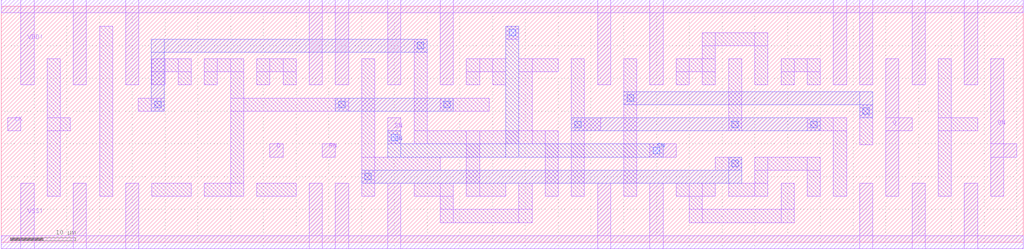
<source format=lef>
VERSION 5.7 ;
BUSBITCHARS "[]" ;
DIVIDERCHAR "/" ;

PROPERTYDEFINITIONS
  MACRO CatenaDesignType STRING ;
  MACRO lxInternalViewName STRING ;
  MACRO lxInternalConfigViewName STRING ;
  MACRO lxInternalType STRING ;
  MACRO lxInternalConfigCellName STRING ;
  MACRO lxInternalCellName STRING ;
  MACRO lxInternalTop STRING ;
  MACRO lxInternalConfigLibName STRING ;
  MACRO lxInternalLibName STRING ;
END PROPERTYDEFINITIONS

MACRO AOI21X1
  CLASS CORE ;
  ORIGIN 0 0 ;
  FOREIGN AOI21X1 0 0 ;
  SIZE 24 BY 36 ;
  SYMMETRY X Y ;
  SITE CoreSite ;
  PIN VSS!
    DIRECTION INOUT ;
    USE GROUND ;
    SHAPE ABUTMENT ;
    NETEXPR "VSS VSS!" ;
    PORT
      LAYER Metal1 ;
        RECT 0 -1 24 1 ;
        RECT 9 -1 11 7 ;
        RECT 1 -1 3 5 ;
    END
  END VSS!
  PIN A1
    DIRECTION INPUT ;
    USE SIGNAL ;
    PORT
      LAYER Metal1 ;
        RECT 9 13 13 15 ;
    END
  END A1
  PIN Y
    DIRECTION OUTPUT ;
    USE SIGNAL ;
    PORT
      LAYER Metal1 ;
        RECT 21 3 23 29 ;
        RECT 5 17 23 19 ;
        RECT 9 17 11 29 ;
        RECT 5 3 7 19 ;
    END
  END Y
  PIN A0
    DIRECTION INPUT ;
    USE SIGNAL ;
    PORT
      LAYER Metal1 ;
        RECT 17 9 19 11 ;
    END
  END A0
  PIN B0
    DIRECTION INPUT ;
    USE SIGNAL ;
    PORT
      LAYER Metal1 ;
        RECT 1 17 3 19 ;
    END
  END B0
  PIN VDD!
    DIRECTION INOUT ;
    USE POWER ;
    SHAPE ABUTMENT ;
    NETEXPR "VDD VDD!" ;
    PORT
      LAYER Metal1 ;
        RECT 0 35 24 37 ;
        RECT 1 21 3 37 ;
    END
  END VDD!
  OBS
    LAYER Metal1 ;
      RECT 17 3 19 7 ;
      RECT 13 3 15 7 ;
      RECT 13 3 19 5 ;
      RECT 5 31 15 33 ;
      RECT 13 21 15 33 ;
      RECT 5 21 7 33 ;
      RECT 13 27 19 29 ;
      RECT 17 21 19 29 ;
  END
END AOI21X1

MACRO BUFX2
  CLASS CORE ;
  ORIGIN 0 0 ;
  FOREIGN BUFX2 0 0 ;
  SIZE 24 BY 36 ;
  SYMMETRY X Y ;
  SITE CoreSite ;
  PIN VSS!
    DIRECTION INOUT ;
    USE GROUND ;
    SHAPE ABUTMENT ;
    NETEXPR "VSS VSS!" ;
    PORT
      LAYER Metal1 ;
        RECT 0 -1 24 1 ;
        RECT 12.5 -1 14.5 11 ;
        RECT 3.5 -1 5.5 11 ;
    END
  END VSS!
  PIN A
    DIRECTION INPUT ;
    USE SIGNAL ;
    PORT
      LAYER Metal1 ;
        RECT 1 17 3 19 ;
    END
  END A
  PIN Y
    DIRECTION OUTPUT ;
    USE SIGNAL ;
    PORT
      LAYER Metal1 ;
        RECT 16.5 7 18.5 29 ;
    END
  END Y
  PIN VDD!
    DIRECTION INOUT ;
    USE POWER ;
    SHAPE ABUTMENT ;
    NETEXPR "VDD VDD!" ;
    PORT
      LAYER Metal1 ;
        RECT 0 35 24 37 ;
        RECT 12.5 21 14.5 37 ;
        RECT 3.5 25 5.5 37 ;
    END
  END VDD!
  OBS
    LAYER Metal1 ;
      RECT 7.5 9 9.5 29 ;
      RECT 7.5 17 13 19 ;
  END
  PROPERTY CatenaDesignType "deviceLevel" ;
END BUFX2

MACRO DECAP1
  CLASS CORE ;
  ORIGIN 0 0 ;
  FOREIGN DECAP1 0 0 ;
  SIZE 12 BY 36 ;
  SYMMETRY X Y ;
  SITE CoreSite ;
  PIN VSS!
    DIRECTION INOUT ;
    USE GROUND ;
    SHAPE ABUTMENT ;
    NETEXPR "VSS VSS!" ;
    PORT
      LAYER Metal1 ;
        RECT 0 -1 12 1 ;
        RECT 7 -1 9 15 ;
        RECT 3 -1 5 6.3 ;
    END
  END VSS!
  PIN VDD!
    DIRECTION INOUT ;
    USE POWER ;
    SHAPE ABUTMENT ;
    NETEXPR "VDD VDD!" ;
    PORT
      LAYER Metal1 ;
        RECT 0 35 12 37 ;
        RECT 7 27.9 9 37 ;
        RECT 3 21 5 37 ;
    END
  END VDD!
END DECAP1

MACRO DECAP2
  CLASS CORE ;
  ORIGIN 0 0 ;
  FOREIGN DECAP2 0 0 ;
  SIZE 24 BY 36 ;
  SYMMETRY X Y ;
  SITE CoreSite ;
  PIN VSS!
    DIRECTION INOUT ;
    USE GROUND ;
    SHAPE ABUTMENT ;
    NETEXPR "VSS VSS!" ;
    PORT
      LAYER Metal1 ;
        RECT 0 -1 24 1 ;
        RECT 16.9 -1 18.9 17.6 ;
        RECT 12.9 -1 14.9 11.5 ;
        RECT 8.9 -1 10.9 11.5 ;
        RECT 4.9 -1 6.9 11.5 ;
    END
  END VSS!
  PIN VDD!
    DIRECTION INOUT ;
    USE POWER ;
    SHAPE ABUTMENT ;
    NETEXPR "VDD VDD!" ;
    PORT
      LAYER Metal1 ;
        RECT 0 35 24 37 ;
        RECT 16.9 22.9 18.9 37 ;
        RECT 12.9 22.9 14.9 37 ;
        RECT 8.9 22.9 10.9 37 ;
        RECT 4.9 16.9 6.9 37 ;
    END
  END VDD!
  PROPERTY CatenaDesignType "deviceLevel" ;
END DECAP2

MACRO DECAP4
  CLASS CORE ;
  ORIGIN 0 0 ;
  FOREIGN DECAP4 0 0 ;
  SIZE 48 BY 36 ;
  SYMMETRY X Y ;
  SITE CoreSite ;
  PIN VSS!
    DIRECTION INOUT ;
    USE GROUND ;
    SHAPE ABUTMENT ;
    NETEXPR "VSS VSS!" ;
    PORT
      LAYER Metal1 ;
        RECT 0 -1 48 1 ;
        RECT 37.5 -1 39.5 18.2 ;
        RECT 33.5 -1 35.5 11.7 ;
        RECT 29.5 -1 31.5 11.7 ;
        RECT 25.5 -1 27.5 11.7 ;
        RECT 21.5 -1 23.5 11.7 ;
        RECT 17.5 -1 19.5 11.7 ;
        RECT 13.5 -1 15.5 11.7 ;
        RECT 9.5 -1 11.5 11.7 ;
    END
  END VSS!
  PIN VDD!
    DIRECTION INOUT ;
    USE POWER ;
    SHAPE ABUTMENT ;
    NETEXPR "VDD VDD!" ;
    PORT
      LAYER Metal1 ;
        RECT 0 35 48 37 ;
        RECT 37.5 24.7 39.5 37 ;
        RECT 33.5 24.7 35.5 37 ;
        RECT 29.5 24.7 31.5 37 ;
        RECT 25.5 24.7 27.5 37 ;
        RECT 21.5 24.7 23.5 37 ;
        RECT 17.5 24.7 19.5 37 ;
        RECT 13.5 24.7 15.5 37 ;
        RECT 9.5 18.6 11.5 37 ;
    END
  END VDD!
  PROPERTY CatenaDesignType "deviceLevel" ;
END DECAP4

MACRO DFFSRX1
  CLASS CORE ;
  ORIGIN 0 0 ;
  FOREIGN DFFSRX1 0 0 ;
  SIZE 156 BY 36 ;
  SYMMETRY X Y ;
  SITE CoreSite ;
  PIN VSS!
    DIRECTION INOUT ;
    USE GROUND ;
    SHAPE ABUTMENT ;
    NETEXPR "VSS VSS!" ;
    PORT
      LAYER Metal1 ;
        RECT 0 -1 156 1 ;
        RECT 147 -1 149 9 ;
        RECT 139 -1 141 9 ;
        RECT 131 -1 133 9 ;
        RECT 99 -1 101 9 ;
        RECT 91 -1 93 9 ;
        RECT 59 -1 61 9 ;
        RECT 51 -1 53 9 ;
        RECT 47 -1 49 9 ;
        RECT 19 -1 21 9 ;
        RECT 11 -1 13 9 ;
        RECT 3 -1 5 9 ;
    END
  END VSS!
  PIN VDD!
    DIRECTION INOUT ;
    USE POWER ;
    SHAPE ABUTMENT ;
    NETEXPR "VDD VDD!" ;
    PORT
      LAYER Metal1 ;
        RECT 0 35 156 37 ;
        RECT 147 24 149 37 ;
        RECT 139 24 141 37 ;
        RECT 131 24 133 37 ;
        RECT 127 24 129 37 ;
        RECT 99 24 101 37 ;
        RECT 91 24 93 37 ;
        RECT 67 24 69 37 ;
        RECT 59 24 61 37 ;
        RECT 51 24 53 37 ;
        RECT 47 24 49 37 ;
        RECT 19 24 21 37 ;
        RECT 11 24 13 37 ;
        RECT 3 24 5 37 ;
    END
  END VDD!
  PIN SN
    DIRECTION INPUT ;
    USE SIGNAL ;
    PORT
      LAYER Metal2 ;
        RECT 59 13 101 15 ;
        RECT 77 13 79 33 ;
        RECT 59 13 61 17 ;
      LAYER Metal1 ;
        RECT 99 13 103 15 ;
        RECT 77 31 79 33 ;
        RECT 59 15 61 19 ;
      LAYER Via1 ;
        RECT 59.5 15.5 60.5 16.5 ;
        RECT 77.5 31.5 78.5 32.5 ;
        RECT 99.5 13.5 100.5 14.5 ;
    END
  END SN
  PIN QN
    DIRECTION OUTPUT ;
    USE SIGNAL ;
    PORT
      LAYER Metal1 ;
        RECT 151 13 155 15 ;
        RECT 151 7 153 28 ;
    END
  END QN
  PIN CK
    DIRECTION INPUT ;
    USE SIGNAL ;
    PORT
      LAYER Metal1 ;
        RECT 1 17 3 19 ;
    END
  END CK
  PIN RN
    DIRECTION INPUT ;
    USE SIGNAL ;
    PORT
      LAYER Metal1 ;
        RECT 49 13 51 15 ;
    END
  END RN
  PIN Q
    DIRECTION OUTPUT ;
    USE SIGNAL ;
    PORT
      LAYER Metal1 ;
        RECT 135 17 139 19 ;
        RECT 135 7 137 28 ;
    END
  END Q
  PIN D
    DIRECTION INPUT ;
    USE SIGNAL ;
    PORT
      LAYER Metal1 ;
        RECT 41 13 43 15 ;
    END
  END D
  OBS
    LAYER Metal1 ;
      RECT 143 7 145 28 ;
      RECT 143 17 149 19 ;
      RECT 123 17 129 19 ;
      RECT 127 7 129 19 ;
      RECT 115 11 125 13 ;
      RECT 123 7 125 13 ;
      RECT 115 7 117 13 ;
      RECT 111 7 117 9 ;
      RECT 119 26 125 28 ;
      RECT 123 24 125 28 ;
      RECT 119 24 121 28 ;
      RECT 119 3 121 9 ;
      RECT 103 7 109 9 ;
      RECT 105 3 107 9 ;
      RECT 105 3 121 5 ;
      RECT 107 30 117 32 ;
      RECT 115 24 117 32 ;
      RECT 107 24 109 32 ;
      RECT 103 26 109 28 ;
      RECT 103 24 105 28 ;
      RECT 87 7 89 28 ;
      RECT 87 17 91.5 19 ;
      RECT 63 15 65 31 ;
      RECT 79 26 85 28 ;
      RECT 79 15 81 28 ;
      RECT 63 15 85 17 ;
      RECT 83 7 85 17 ;
      RECT 71 7 73 17 ;
      RECT 71 7 77 9 ;
      RECT 79 3 81 9 ;
      RECT 63 7 69 9 ;
      RECT 67 3 69 9 ;
      RECT 67 3 81 5 ;
      RECT 71 26 77 28 ;
      RECT 75 24 77 28 ;
      RECT 71 24 73 28 ;
      RECT 55 7 57 28 ;
      RECT 55 11 67 13 ;
      RECT 31 26 37 28 ;
      RECT 35 7 37 28 ;
      RECT 31 24 33 28 ;
      RECT 35 20 53 22 ;
      RECT 31 7 37 9 ;
      RECT 39 26 45 28 ;
      RECT 43 24 45 28 ;
      RECT 39 24 41 28 ;
      RECT 23 26 29 28 ;
      RECT 27 24 29 28 ;
      RECT 23 24 25 28 ;
      RECT 7 7 9 28 ;
      RECT 7 17 10.5 19 ;
      RECT 131 14.9 133 21 ;
      RECT 109 11 113 13 ;
      RECT 111 17 113 28 ;
      RECT 95 7 97 28 ;
      RECT 67 20 74.5 22 ;
      RECT 39 7 45 9 ;
      RECT 23 7 29 9 ;
      RECT 20.9 20 24.9 22 ;
      RECT 15 7 17 33 ;
    LAYER Via1 ;
      RECT 131.5 19.5 132.5 20.5 ;
      RECT 123.5 17.5 124.5 18.5 ;
      RECT 111.5 11.5 112.5 12.5 ;
      RECT 111.5 17.5 112.5 18.5 ;
      RECT 95.5 21.5 96.5 22.5 ;
      RECT 87.5 17.5 88.5 18.5 ;
      RECT 67.5 20.5 68.5 21.5 ;
      RECT 63.5 29.5 64.5 30.5 ;
      RECT 55.5 9.5 56.5 10.5 ;
      RECT 51.5 20.5 52.5 21.5 ;
      RECT 23.4 20.5 24.4 21.5 ;
    LAYER Metal2 ;
      RECT 95 21 133 23 ;
      RECT 131 19 133 23 ;
      RECT 111 9 113 13 ;
      RECT 55 9 113 11 ;
      RECT 22.9 29 65 31 ;
      RECT 22.9 20 24.9 31 ;
      RECT 87 17 125 19 ;
      RECT 51 20 69 22 ;
  END
  PROPERTY lxInternalViewName "schematic" ;
  PROPERTY lxInternalConfigViewName "" ;
  PROPERTY lxInternalType "CELLVIEW" ;
  PROPERTY lxInternalConfigCellName "" ;
  PROPERTY lxInternalCellName "DFFSRX1" ;
  PROPERTY lxInternalTop "" ;
  PROPERTY lxInternalConfigLibName "" ;
  PROPERTY lxInternalLibName "KISTA_SOI_STDLIB" ;
END DFFSRX1

MACRO DFFX1
  CLASS CORE ;
  ORIGIN 0 0 ;
  FOREIGN DFFX1 0 0 ;
  SIZE 120 BY 36 ;
  SYMMETRY X Y ;
  SITE CoreSite ;
  PIN VSS!
    DIRECTION INOUT ;
    USE GROUND ;
    SHAPE ABUTMENT ;
    NETEXPR "VSS VSS!" ;
    PORT
      LAYER Metal1 ;
        RECT 0 -1 120 1 ;
        RECT 107 -1 109 8.4 ;
        RECT 99 -1 101 8.4 ;
        RECT 91 -1 93 8.4 ;
        RECT 75 -1 77 8.4 ;
        RECT 67 -1 69 8.4 ;
        RECT 43 -1 45 8.4 ;
        RECT 35 -1 37 8.4 ;
        RECT 19 -1 21 8.4 ;
        RECT 11 -1 13 8.4 ;
        RECT 3 -1 5 8.4 ;
    END
  END VSS!
  PIN CK
    DIRECTION INPUT ;
    USE SIGNAL ;
    PORT
      LAYER Metal1 ;
        RECT 1 17 3 19 ;
    END
  END CK
  PIN VDD!
    DIRECTION INOUT ;
    USE POWER ;
    SHAPE ABUTMENT ;
    NETEXPR "VDD VDD!" ;
    PORT
      LAYER Metal1 ;
        RECT 0 35 120 37 ;
        RECT 107 24.8 109 37 ;
        RECT 99 24.8 101 37 ;
        RECT 91 24.8 93 37 ;
        RECT 75 24.8 77 37 ;
        RECT 67 24.8 69 37 ;
        RECT 43 24.8 45 37 ;
        RECT 35 24.8 37 37 ;
        RECT 19 23.8 21 37 ;
        RECT 11 23.8 13 37 ;
        RECT 3 23.8 5 37 ;
    END
  END VDD!
  PIN D
    DIRECTION INPUT ;
    USE SIGNAL ;
    PORT
      LAYER Metal1 ;
        RECT 21 17 23 19 ;
    END
  END D
  PIN Q
    DIRECTION OUTPUT ;
    USE SIGNAL ;
    PORT
      LAYER Metal1 ;
        RECT 95 16.9 99 18.9 ;
        RECT 95 6.4 97 28.8 ;
    END
  END Q
  PIN QN
    DIRECTION OUTPUT ;
    USE SIGNAL ;
    PORT
      LAYER Metal1 ;
        RECT 111 13 115 15 ;
        RECT 111 6.4 113 28.8 ;
    END
  END QN
  OBS
    LAYER Metal1 ;
      RECT 103 6.4 105 28.8 ;
      RECT 103 17 107 19 ;
      RECT 87 6.4 89 28.8 ;
      RECT 75 13 89 15 ;
      RECT 79 26.8 85 28.8 ;
      RECT 83 24.8 85 28.8 ;
      RECT 79 24.8 81 28.8 ;
      RECT 71 6.4 73 28.8 ;
      RECT 71 17 77.5 19 ;
      RECT 63 6.4 65 28.8 ;
      RECT 63 17 69 19 ;
      RECT 63 13 68 15 ;
      RECT 55 6.4 57 28.8 ;
      RECT 43 13 57 15 ;
      RECT 39 6.4 41 28.8 ;
      RECT 39 17 53 19 ;
      RECT 47 26.8 53 28.8 ;
      RECT 51 24.8 53 28.8 ;
      RECT 47 24.8 49 28.8 ;
      RECT 31 6.4 33 28.8 ;
      RECT 31 13 36.8 15 ;
      RECT 23 26.8 29 28.8 ;
      RECT 27 24.8 29 28.8 ;
      RECT 23 23.8 25 28.8 ;
      RECT 7 6.4 9 27.8 ;
      RECT 7 17 11.5 19 ;
      RECT 79 6.4 85 8.4 ;
      RECT 59 6.4 61 28.8 ;
      RECT 47 6.4 53 8.4 ;
      RECT 23 6.4 29 8.4 ;
      RECT 15 6.4 17 33 ;
    LAYER Metal2 ;
      RECT 66 13 77 15 ;
      RECT 51 17 61 19 ;
      RECT 34.8 13 45 15 ;
  END
  PROPERTY CatenaDesignType "deviceLevel" ;
END DFFX1

MACRO FILL1
  CLASS CORE ;
  ORIGIN 0 0 ;
  FOREIGN FILL1 0 0 ;
  SIZE 12 BY 36 ;
  SYMMETRY X Y ;
  SITE CoreSite ;
  PIN VDD!
    DIRECTION INOUT ;
    USE POWER ;
    SHAPE ABUTMENT ;
    NETEXPR "VDD VDD!" ;
    PORT
      LAYER Metal1 ;
        RECT 0 35 12 37 ;
    END
  END VDD!
  PIN VSS!
    DIRECTION INOUT ;
    USE GROUND ;
    SHAPE ABUTMENT ;
    NETEXPR "VSS VSS!" ;
    PORT
      LAYER Metal1 ;
        RECT 0 -1 12 1 ;
    END
  END VSS!
  PROPERTY CatenaDesignType "deviceLevel" ;
END FILL1

MACRO FILL2
  CLASS CORE ;
  ORIGIN 0 0 ;
  FOREIGN FILL2 0 0 ;
  SIZE 24 BY 36 ;
  SYMMETRY X Y ;
  SITE CoreSite ;
  PIN VDD!
    DIRECTION INOUT ;
    USE POWER ;
    SHAPE ABUTMENT ;
    NETEXPR "VDD VDD!" ;
    PORT
      LAYER Metal1 ;
        RECT 0 35 24 37 ;
    END
  END VDD!
  PIN VSS!
    DIRECTION INOUT ;
    USE GROUND ;
    SHAPE ABUTMENT ;
    NETEXPR "VSS VSS!" ;
    PORT
      LAYER Metal1 ;
        RECT 0 -1 24 1 ;
    END
  END VSS!
  PROPERTY CatenaDesignType "deviceLevel" ;
END FILL2

MACRO FILL4
  CLASS CORE ;
  ORIGIN 0 0 ;
  FOREIGN FILL4 0 0 ;
  SIZE 48 BY 36 ;
  SYMMETRY X Y ;
  SITE CoreSite ;
  PIN VDD!
    DIRECTION INOUT ;
    USE POWER ;
    SHAPE ABUTMENT ;
    NETEXPR "VDD VDD!" ;
    PORT
      LAYER Metal1 ;
        RECT 0 35 48 37 ;
    END
  END VDD!
  PIN VSS!
    DIRECTION INOUT ;
    USE GROUND ;
    SHAPE ABUTMENT ;
    NETEXPR "VSS VSS!" ;
    PORT
      LAYER Metal1 ;
        RECT 0 -1 48 1 ;
    END
  END VSS!
  PROPERTY CatenaDesignType "deviceLevel" ;
END FILL4

MACRO INVX1
  CLASS CORE ;
  ORIGIN 0 0 ;
  FOREIGN INVX1 0 0 ;
  SIZE 12 BY 36 ;
  SYMMETRY X Y ;
  SITE CoreSite ;
  PIN Y
    DIRECTION OUTPUT ;
    USE SIGNAL ;
    PORT
      LAYER Metal1 ;
        RECT 7 21 11 23 ;
        RECT 7 12.9 9 25.1 ;
    END
  END Y
  PIN VSS!
    DIRECTION INOUT ;
    USE GROUND ;
    SHAPE ABUTMENT ;
    NETEXPR "VSS VSS!" ;
    PORT
      LAYER Metal1 ;
        RECT 0 -1 12 1 ;
        RECT 2.4 12.9 5 14.9 ;
        RECT 2.4 -1 4.4 14.9 ;
    END
  END VSS!
  PIN A
    DIRECTION INPUT ;
    USE SIGNAL ;
    PORT
      LAYER Metal1 ;
        RECT 1 17 3 19 ;
    END
  END A
  PIN VDD!
    DIRECTION INOUT ;
    USE POWER ;
    SHAPE ABUTMENT ;
    NETEXPR "VDD VDD!" ;
    PORT
      LAYER Metal1 ;
        RECT 0 35 12 37 ;
        RECT 2.4 21.1 5 25.1 ;
        RECT 2.4 21.1 4.4 37 ;
    END
  END VDD!
END INVX1

MACRO MX2X1
  CLASS CORE ;
  ORIGIN 0 0 ;
  FOREIGN MX2X1 0 0 ;
  SIZE 24 BY 36 ;
  SYMMETRY X Y ;
  SITE CoreSite ;
  PIN VSS!
    DIRECTION INOUT ;
    USE GROUND ;
    SHAPE ABUTMENT ;
    NETEXPR "VSS VSS!" ;
    PORT
      LAYER Metal1 ;
        RECT 0 -1 24 1 ;
        RECT 1 -1 3 9 ;
    END
  END VSS!
  PIN S0
    DIRECTION INPUT ;
    USE SIGNAL ;
    PORT
      LAYER Metal1 ;
        RECT 1 17 3 19 ;
    END
  END S0
  PIN VDD!
    DIRECTION INOUT ;
    USE POWER ;
    SHAPE ABUTMENT ;
    NETEXPR "VDD VDD!" ;
    PORT
      LAYER Metal1 ;
        RECT 0 35 24 37 ;
        RECT 1 25 3 37 ;
    END
  END VDD!
  PIN A
    DIRECTION INPUT ;
    USE SIGNAL ;
    PORT
      LAYER Metal1 ;
        RECT 9 13 13.1 15 ;
        RECT 9 7 11 29 ;
    END
  END A
  PIN B
    DIRECTION INPUT ;
    USE SIGNAL ;
    PORT
      LAYER Metal1 ;
        RECT 21 7 23 29 ;
    END
  END B
  PIN Y
    DIRECTION OUTPUT ;
    USE SIGNAL ;
    PORT
      LAYER Metal1 ;
        RECT 13 27 19 29 ;
        RECT 17 7 19 29 ;
        RECT 13 7 19 9 ;
        RECT 13 25 15 29 ;
    END
  END Y
  OBS
    LAYER Metal1 ;
      RECT 5 31 21 33 ;
      RECT 5 3 7 33 ;
      RECT 5 3 13.1 5 ;
  END
END MX2X1

MACRO MX2X1_BUF
  CLASS CORE ;
  ORIGIN 0 0 ;
  FOREIGN MX2X1_BUF 0 0 ;
  SIZE 48 BY 36 ;
  SYMMETRY X Y ;
  SITE CoreSite ;
  PIN VSS!
    DIRECTION INOUT ;
    USE GROUND ;
    SHAPE ABUTMENT ;
    NETEXPR "VSS VSS!" ;
    PORT
      LAYER Metal1 ;
        RECT 0 -1 48 1 ;
        RECT 37 -1 39 9 ;
        RECT 33 -1 35 9 ;
        RECT 2.9 -1 4.9 9 ;
    END
  END VSS!
  PIN S0
    DIRECTION INPUT ;
    USE SIGNAL ;
    PORT
      LAYER Metal1 ;
        RECT 1 17 3 19 ;
    END
  END S0
  PIN VDD!
    DIRECTION INOUT ;
    USE POWER ;
    SHAPE ABUTMENT ;
    NETEXPR "VDD VDD!" ;
    PORT
      LAYER Metal1 ;
        RECT 0 35 48 37 ;
        RECT 37 25 39 37 ;
        RECT 33 25 35 37 ;
        RECT 2.9 25 4.9 37 ;
    END
  END VDD!
  PIN A
    DIRECTION INPUT ;
    USE SIGNAL ;
    PORT
      LAYER Metal1 ;
        RECT 10.9 13 15 15 ;
        RECT 10.9 7 12.9 29 ;
    END
  END A
  PIN B
    DIRECTION INPUT ;
    USE SIGNAL ;
    PORT
      LAYER Metal1 ;
        RECT 22.9 21 27 23 ;
        RECT 22.9 7 24.9 29 ;
    END
  END B
  PIN Y
    DIRECTION OUTPUT ;
    USE SIGNAL ;
    PORT
      LAYER Metal1 ;
        RECT 41 7 43 29 ;
    END
  END Y
  OBS
    LAYER Metal1 ;
      RECT 29 7 31 29 ;
      RECT 29 17 38.9 19 ;
      RECT 14.9 27 20.9 29 ;
      RECT 18.9 3 20.9 29 ;
      RECT 14.9 25 16.9 29 ;
      RECT 14.9 7 20.9 9 ;
      RECT 18.9 3 29.5 5 ;
      RECT 6.9 31 22.9 33 ;
      RECT 6.9 3 8.9 33 ;
      RECT 6.9 3 15 5 ;
  END
END MX2X1_BUF

MACRO NAND2X1
  CLASS CORE ;
  ORIGIN 0 0 ;
  FOREIGN NAND2X1 0 0 ;
  SIZE 24 BY 36 ;
  SYMMETRY X Y ;
  SITE CoreSite ;
  PIN Y
    DIRECTION OUTPUT ;
    USE SIGNAL ;
    PORT
      LAYER Metal1 ;
        RECT 17 9 19 31 ;
        RECT 5 23 19 25 ;
        RECT 5 23 7 31 ;
    END
  END Y
  PIN VDD!
    DIRECTION INOUT ;
    USE POWER ;
    SHAPE ABUTMENT ;
    NETEXPR "VDD VDD!" ;
    PORT
      LAYER Metal1 ;
        RECT 0 35 24 37 ;
        RECT 9 29 15 31 ;
        RECT 13 27 15 31 ;
        RECT 9 27 11 37 ;
    END
  END VDD!
  PIN A
    DIRECTION INPUT ;
    USE SIGNAL ;
    PORT
      LAYER Metal1 ;
        RECT 5 17 9 19 ;
    END
  END A
  PIN B
    DIRECTION INPUT ;
    USE SIGNAL ;
    PORT
      LAYER Metal1 ;
        RECT 21 17 23 19 ;
    END
  END B
  PIN VSS!
    DIRECTION INOUT ;
    USE GROUND ;
    SHAPE ABUTMENT ;
    NETEXPR "VSS VSS!" ;
    PORT
      LAYER Metal1 ;
        RECT 0 -1 24 1 ;
        RECT 5 -1 7 13 ;
    END
  END VSS!
  OBS
    LAYER Metal1 ;
      RECT 13 9 15 13 ;
      RECT 9 9 11 13 ;
      RECT 9 9 15 11 ;
  END
  PROPERTY CatenaDesignType "deviceLevel" ;
END NAND2X1

MACRO NAND3X1
  CLASS CORE ;
  ORIGIN 0 0 ;
  FOREIGN NAND3X1 0 0 ;
  SIZE 24 BY 36 ;
  SYMMETRY X Y ;
  SITE CoreSite ;
  PIN Y
    DIRECTION OUTPUT ;
    USE SIGNAL ;
    PORT
      LAYER Metal1 ;
        RECT 21 3 23 33 ;
        RECT 5 25 23 27 ;
        RECT 13 25 15 33 ;
        RECT 5 25 7 33 ;
    END
  END Y
  PIN VDD!
    DIRECTION INOUT ;
    USE POWER ;
    SHAPE ABUTMENT ;
    NETEXPR "VDD VDD!" ;
    PORT
      LAYER Metal1 ;
        RECT 0 35 24 37 ;
        RECT 17 29 19 37 ;
        RECT 9 29 11 37 ;
        RECT 1 29 3 37 ;
    END
  END VDD!
  PIN A
    DIRECTION INPUT ;
    USE SIGNAL ;
    PORT
      LAYER Metal1 ;
        RECT 17 13 19 15 ;
    END
  END A
  PIN B
    DIRECTION INPUT ;
    USE SIGNAL ;
    PORT
      LAYER Metal1 ;
        RECT 9 17 11 19 ;
    END
  END B
  PIN C
    DIRECTION INPUT ;
    USE SIGNAL ;
    PORT
      LAYER Metal1 ;
        RECT 1 21 3 23 ;
    END
  END C
  PIN VSS!
    DIRECTION INOUT ;
    USE GROUND ;
    SHAPE ABUTMENT ;
    NETEXPR "VSS VSS!" ;
    PORT
      LAYER Metal1 ;
        RECT 0 -1 24 1 ;
        RECT 1 -1 3 7 ;
    END
  END VSS!
  OBS
    LAYER Metal1 ;
      RECT 17 3 19 7 ;
      RECT 13 3 15 7 ;
      RECT 13 3 19 5 ;
      RECT 9 3 11 7 ;
      RECT 5 3 7 7 ;
      RECT 5 3 11 5 ;
  END
END NAND3X1

MACRO NOR2X1
  CLASS CORE ;
  ORIGIN 0 0 ;
  FOREIGN NOR2X1 0 0 ;
  SIZE 24 BY 36 ;
  SYMMETRY X Y ;
  SITE CoreSite ;
  PIN Y
    DIRECTION OUTPUT ;
    USE SIGNAL ;
    PORT
      LAYER Metal1 ;
        RECT 17 9 19 31 ;
        RECT 5 13 19 15 ;
        RECT 5 9 7 15 ;
    END
  END Y
  PIN B
    DIRECTION INPUT ;
    USE SIGNAL ;
    PORT
      LAYER Metal1 ;
        RECT 21 17 23 19 ;
    END
  END B
  PIN VDD!
    DIRECTION INOUT ;
    USE POWER ;
    SHAPE ABUTMENT ;
    NETEXPR "VDD VDD!" ;
    PORT
      LAYER Metal1 ;
        RECT 0 35 24 37 ;
        RECT 5 23 7 37 ;
    END
  END VDD!
  PIN A
    DIRECTION INPUT ;
    USE SIGNAL ;
    PORT
      LAYER Metal1 ;
        RECT 5 17 9 19 ;
    END
  END A
  PIN VSS!
    DIRECTION INOUT ;
    USE GROUND ;
    SHAPE ABUTMENT ;
    NETEXPR "VSS VSS!" ;
    PORT
      LAYER Metal1 ;
        RECT 0 -1 24 1 ;
        RECT 9 9 15 11 ;
        RECT 9 -1 11 11 ;
    END
  END VSS!
  OBS
    LAYER Metal1 ;
      RECT 9 29 15 31 ;
      RECT 13 23 15 31 ;
      RECT 9 23 11 31 ;
  END
  PROPERTY CatenaDesignType "deviceLevel" ;
END NOR2X1

MACRO NOR3X1
  CLASS CORE ;
  ORIGIN 0 0 ;
  FOREIGN NOR3X1 0 0 ;
  SIZE 24 BY 36 ;
  SYMMETRY X Y ;
  SITE CoreSite ;
  PIN Y
    DIRECTION OUTPUT ;
    USE SIGNAL ;
    PORT
      LAYER Metal1 ;
        RECT 21 3 23 33 ;
        RECT 5 7 23 9 ;
        RECT 13 3 15 9 ;
        RECT 5 3 7 9 ;
    END
  END Y
  PIN VSS!
    DIRECTION INOUT ;
    USE GROUND ;
    SHAPE ABUTMENT ;
    NETEXPR "VSS VSS!" ;
    PORT
      LAYER Metal1 ;
        RECT 0 -1 24 1 ;
        RECT 17 -1 19 5 ;
        RECT 9 -1 11 5 ;
        RECT 1 -1 3 5 ;
    END
  END VSS!
  PIN A
    DIRECTION INPUT ;
    USE SIGNAL ;
    PORT
      LAYER Metal1 ;
        RECT 1 9 3 11 ;
    END
  END A
  PIN VDD!
    DIRECTION INOUT ;
    USE POWER ;
    SHAPE ABUTMENT ;
    NETEXPR "VDD VDD!" ;
    PORT
      LAYER Metal1 ;
        RECT 0 35 24 37 ;
        RECT 1 21 3 37 ;
    END
  END VDD!
  PIN B
    DIRECTION INPUT ;
    USE SIGNAL ;
    PORT
      LAYER Metal1 ;
        RECT 9 13 11 15 ;
    END
  END B
  PIN C
    DIRECTION INPUT ;
    USE SIGNAL ;
    PORT
      LAYER Metal1 ;
        RECT 17 17 19 19 ;
    END
  END C
  OBS
    LAYER Metal1 ;
      RECT 13 31 19 33 ;
      RECT 17 21 19 33 ;
      RECT 13 21 15 33 ;
      RECT 5 31 11 33 ;
      RECT 9 21 11 33 ;
      RECT 5 21 7 33 ;
  END
END NOR3X1

MACRO OAI21X1
  CLASS CORE ;
  ORIGIN 0 0 ;
  FOREIGN OAI21X1 0 0 ;
  SIZE 24 BY 36 ;
  SYMMETRY X Y ;
  SITE CoreSite ;
  PIN VSS!
    DIRECTION INOUT ;
    USE GROUND ;
    SHAPE ABUTMENT ;
    NETEXPR "VSS VSS!" ;
    PORT
      LAYER Metal1 ;
        RECT 0 -1 24 1 ;
        RECT 9 3 11 7 ;
        RECT 5 3 11 5 ;
        RECT 5 -1 7 7 ;
    END
  END VSS!
  PIN A0
    DIRECTION INPUT ;
    USE SIGNAL ;
    PORT
      LAYER Metal1 ;
        RECT 1 21 3 23 ;
    END
  END A0
  PIN Y
    DIRECTION OUTPUT ;
    USE SIGNAL ;
    PORT
      LAYER Metal1 ;
        RECT 17 21 23 23 ;
        RECT 21 3 23 23 ;
        RECT 17 21 19 33 ;
        RECT 13 25 19 27 ;
        RECT 13 25 15 33 ;
    END
  END Y
  PIN A1
    DIRECTION INPUT ;
    USE SIGNAL ;
    PORT
      LAYER Metal1 ;
        RECT 9 17 11 19 ;
    END
  END A1
  PIN B0
    DIRECTION INPUT ;
    USE SIGNAL ;
    PORT
      LAYER Metal1 ;
        RECT 17 13 19 15 ;
    END
  END B0
  PIN VDD!
    DIRECTION INOUT ;
    USE POWER ;
    SHAPE ABUTMENT ;
    NETEXPR "VDD VDD!" ;
    PORT
      LAYER Metal1 ;
        RECT 0 35 24 37 ;
        RECT 21 25 23 37 ;
        RECT 1 25 3 37 ;
    END
  END VDD!
  OBS
    LAYER Metal1 ;
      RECT 1 9 15 11 ;
      RECT 13 3 15 11 ;
      RECT 1 3 3 11 ;
      RECT 17 3 19 7 ;
      RECT 13 3 19 5 ;
      RECT 5 31 11 33 ;
      RECT 9 25 11 33 ;
      RECT 5 25 7 33 ;
  END
END OAI21X1

MACRO TIEHI
  CLASS CORE ;
  ORIGIN 0 0 ;
  FOREIGN TIEHI 0 0 ;
  SIZE 12 BY 36 ;
  SYMMETRY X Y ;
  SITE CoreSite ;
  PIN VSS!
    DIRECTION INOUT ;
    USE GROUND ;
    SHAPE ABUTMENT ;
    NETEXPR "VSS VSS!" ;
    PORT
      LAYER Metal1 ;
        RECT 0 -1 12 1 ;
        RECT 7 -1 9 11 ;
    END
  END VSS!
  PIN Y
    DIRECTION OUTPUT ;
    USE SIGNAL ;
    PORT
      LAYER Metal1 ;
        RECT 7 25 11 27 ;
        RECT 7 25 9 29 ;
    END
  END Y
  PIN VDD!
    DIRECTION INOUT ;
    USE POWER ;
    SHAPE ABUTMENT ;
    NETEXPR "VDD VDD!" ;
    PORT
      LAYER Metal1 ;
        RECT 0 35 12 37 ;
        RECT 3 25 5 37 ;
    END
  END VDD!
  OBS
    LAYER Metal1 ;
      RECT 3 13 7 15 ;
      RECT 3 9 5 15 ;
  END
END TIEHI

MACRO TIELO
  CLASS CORE ;
  ORIGIN 0 0 ;
  FOREIGN TIELO 0 0 ;
  SIZE 12 BY 36 ;
  SYMMETRY X Y ;
  SITE CoreSite ;
  PIN Y
    DIRECTION OUTPUT ;
    USE SIGNAL ;
    PORT
      LAYER Metal1 ;
        RECT 7 9 11 11 ;
    END
  END Y
  PIN VSS!
    DIRECTION INOUT ;
    USE GROUND ;
    SHAPE ABUTMENT ;
    NETEXPR "VSS VSS!" ;
    PORT
      LAYER Metal1 ;
        RECT 0 -1 12 1 ;
        RECT 3 -1 5 11 ;
    END
  END VSS!
  PIN VDD!
    DIRECTION INOUT ;
    USE POWER ;
    SHAPE ABUTMENT ;
    NETEXPR "VDD VDD!" ;
    PORT
      LAYER Metal1 ;
        RECT 0 35 12 37 ;
        RECT 3 26.8 5 37 ;
    END
  END VDD!
  OBS
    LAYER Metal1 ;
      RECT 7 22.8 9 30.8 ;
      RECT 5 22.8 9 24.8 ;
  END
END TIELO

MACRO XOR2X1
  CLASS CORE ;
  ORIGIN 0 0 ;
  FOREIGN XOR2X1 0 0 ;
  SIZE 36 BY 36 ;
  SYMMETRY X Y ;
  SITE CoreSite ;
  PIN VDD!
    DIRECTION INOUT ;
    USE POWER ;
    SHAPE ABUTMENT ;
    NETEXPR "VDD VDD!" ;
    PORT
      LAYER Metal1 ;
        RECT 0 35 36 37 ;
        RECT 31 25 33 37 ;
        RECT 3 25 5 37 ;
    END
  END VDD!
  PIN B
    DIRECTION INPUT ;
    USE SIGNAL ;
    PORT
      LAYER Metal1 ;
        RECT 11 7 13 29 ;
    END
  END B
  PIN VSS!
    DIRECTION INOUT ;
    USE GROUND ;
    SHAPE ABUTMENT ;
    NETEXPR "VSS VSS!" ;
    PORT
      LAYER Metal1 ;
        RECT 0 -1 36 1 ;
        RECT 31 -1 33 9 ;
        RECT 3 -1 5 9 ;
    END
  END VSS!
  PIN A
    DIRECTION INPUT ;
    USE SIGNAL ;
    PORT
      LAYER Metal1 ;
        RECT 3 17 5 19 ;
    END
  END A
  PIN Y
    DIRECTION OUTPUT ;
    USE SIGNAL ;
    PORT
      LAYER Metal1 ;
        RECT 15 27 21 29 ;
        RECT 19 7 21 11 ;
        RECT 15 17 19 19 ;
        RECT 15 7 21 9 ;
        RECT 15 7 17 29 ;
    END
  END Y
  OBS
    LAYER Metal1 ;
      RECT 23 27 29 29 ;
      RECT 27 25 29 29 ;
      RECT 23 7 25 29 ;
      RECT 23 7 29 9 ;
      RECT 7 3 9 29 ;
      RECT 7 3 23 5 ;
  END
END XOR2X1

END LIBRARY

</source>
